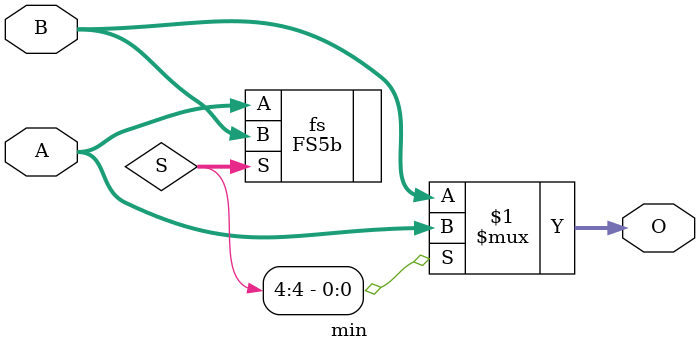
<source format=v>
module min(A,B,O);
input [4:0] A,B;
output [4:0] O;

	wire [4:0] S;
	FS5b fs(.A(A),.B(B),.S(S));

	assign O = S[4] ? A : B;
	
endmodule
</source>
